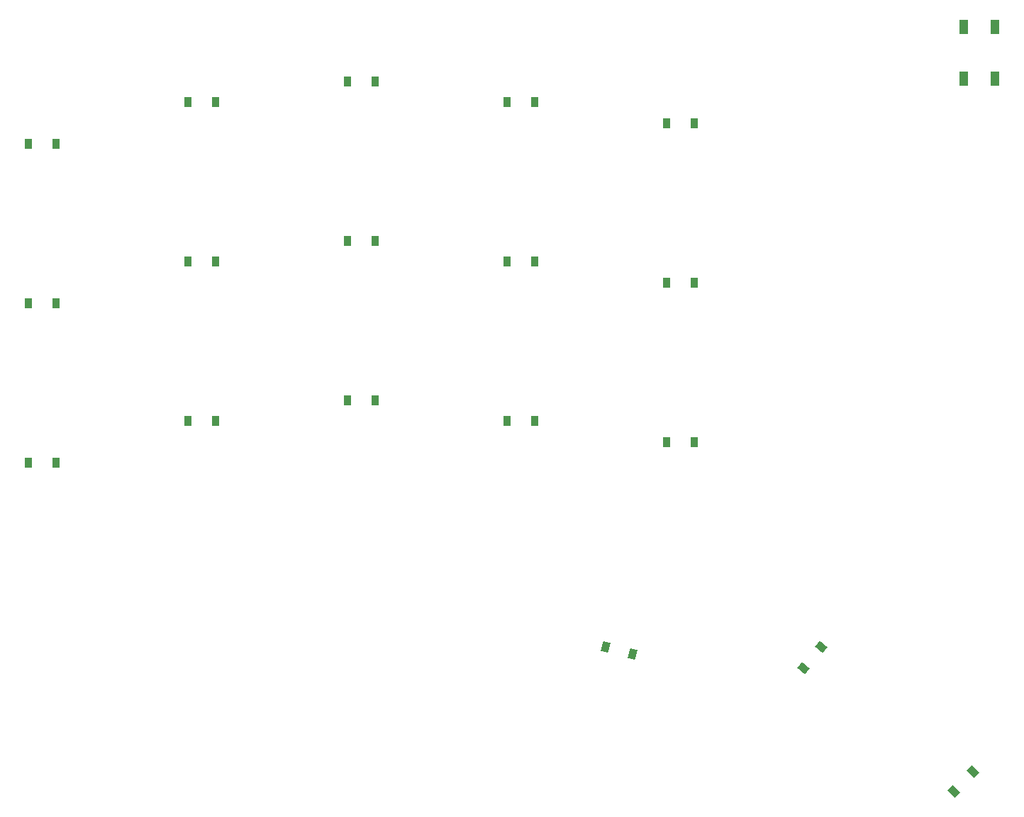
<source format=gbr>
%TF.GenerationSoftware,KiCad,Pcbnew,7.0.10*%
%TF.CreationDate,2024-02-19T14:18:00+02:00*%
%TF.ProjectId,juubo_left_final,6a757562-6f5f-46c6-9566-745f66696e61,v1.0.0*%
%TF.SameCoordinates,Original*%
%TF.FileFunction,Paste,Top*%
%TF.FilePolarity,Positive*%
%FSLAX46Y46*%
G04 Gerber Fmt 4.6, Leading zero omitted, Abs format (unit mm)*
G04 Created by KiCad (PCBNEW 7.0.10) date 2024-02-19 14:18:00*
%MOMM*%
%LPD*%
G01*
G04 APERTURE LIST*
G04 Aperture macros list*
%AMRotRect*
0 Rectangle, with rotation*
0 The origin of the aperture is its center*
0 $1 length*
0 $2 width*
0 $3 Rotation angle, in degrees counterclockwise*
0 Add horizontal line*
21,1,$1,$2,0,0,$3*%
G04 Aperture macros list end*
%ADD10R,1.100000X1.800000*%
%ADD11R,0.900000X1.200000*%
%ADD12RotRect,0.900000X1.200000X345.000000*%
%ADD13RotRect,0.900000X1.200000X225.000000*%
%ADD14RotRect,0.900000X1.200000X230.000000*%
G04 APERTURE END LIST*
D10*
%TO.C,B1*%
X198441286Y-57045910D03*
X198441286Y-50845910D03*
X202141286Y-57045910D03*
X202141286Y-50845910D03*
%TD*%
D11*
%TO.C,D4*%
X105763787Y-97935909D03*
X109063787Y-97935909D03*
%TD*%
%TO.C,D6*%
X105763784Y-59835912D03*
X109063784Y-59835912D03*
%TD*%
%TO.C,D5*%
X105763783Y-78885908D03*
X109063783Y-78885908D03*
%TD*%
%TO.C,D15*%
X162913785Y-62335911D03*
X166213785Y-62335911D03*
%TD*%
%TO.C,D8*%
X124813784Y-76385911D03*
X128113784Y-76385911D03*
%TD*%
%TO.C,D9*%
X124813784Y-57335910D03*
X128113784Y-57335910D03*
%TD*%
%TO.C,D11*%
X143863784Y-78885910D03*
X147163784Y-78885910D03*
%TD*%
%TO.C,D1*%
X86713784Y-102935911D03*
X90013784Y-102935911D03*
%TD*%
%TO.C,D10*%
X143863785Y-97935908D03*
X147163785Y-97935908D03*
%TD*%
%TO.C,D14*%
X162913786Y-81385910D03*
X166213786Y-81385910D03*
%TD*%
%TO.C,D7*%
X124813785Y-95435911D03*
X128113785Y-95435911D03*
%TD*%
%TO.C,D3*%
X86713786Y-64835909D03*
X90013786Y-64835909D03*
%TD*%
D12*
%TO.C,D16*%
X155675914Y-124888488D03*
X158863470Y-125742590D03*
%TD*%
D11*
%TO.C,D2*%
X86713785Y-83885911D03*
X90013785Y-83885911D03*
%TD*%
%TO.C,D13*%
X162913786Y-100435910D03*
X166213786Y-100435910D03*
%TD*%
D13*
%TO.C,D18*%
X199550183Y-139823956D03*
X197216731Y-142157408D03*
%TD*%
D14*
%TO.C,D17*%
X181404819Y-124940905D03*
X179283619Y-127468851D03*
%TD*%
D11*
%TO.C,D12*%
X143863787Y-59835909D03*
X147163787Y-59835909D03*
%TD*%
M02*

</source>
